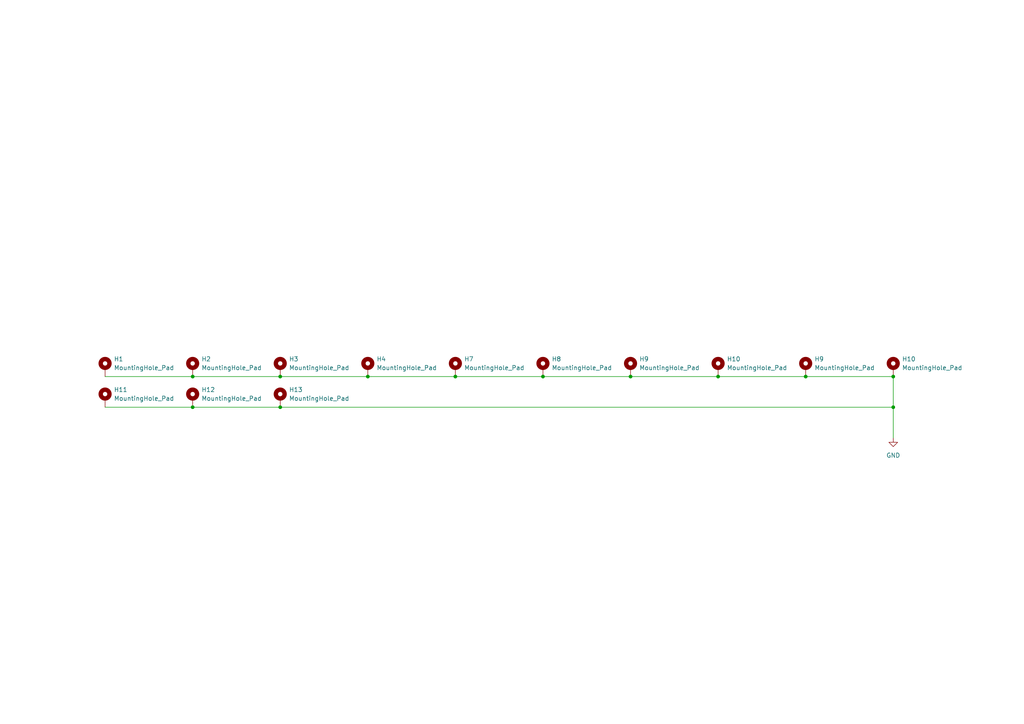
<source format=kicad_sch>
(kicad_sch (version 20250114) (generator "eeschema") (generator_version "9.0")
  (paper "A4")
  (lib_symbols
    (symbol "Mechanical:MountingHole_Pad" (pin_numbers (hide yes)) (pin_names (offset 1.016) (hide yes)) (in_bom no)
      (property "Reference" "H" (at 0 6.35 0))
      (property "Value" "MountingHole_Pad" (at 0 4.445 0))
      (symbol "MountingHole_Pad_0_1"
        (circle (center 0 1.27) (radius 1.27) (stroke (width 1.27)))
      )
      (symbol "MountingHole_Pad_1_1"
        (pin input line (at 0 -2.54 90) (length 2.54) (name "1") (number "1"))
      )
    )
    (symbol "power:GND" (power) (pin_numbers (hide yes)) (pin_names (offset 0) (hide yes))
      (property "Value" "GND" (at 0 -3.81 0))
      (symbol "GND_0_1"
        (polyline (pts (xy 0 0) (xy 0 -1.27) (xy 1.27 -1.27) (xy 0 -2.54) (xy -1.27 -1.27) (xy 0 -1.27)))
      )
      (symbol "GND_1_1"
        (pin power_in line (at 0 0 270) (length 0) (name "~") (number "1"))
      )
    )
  )
  (junction (at 157.48 109.22))
  (junction (at 132.08 109.22))
  (junction (at 81.28 109.22))
  (junction (at 259.08 109.22))
  (junction (at 81.28 118.11))
  (junction (at 182.88 109.22))
  (junction (at 259.08 118.11))
  (junction (at 233.68 109.22))
  (junction (at 208.28 109.22))
  (junction (at 55.88 109.22))
  (junction (at 106.68 109.22))
  (junction (at 55.88 118.11))
  (wire (pts (xy 132.08 109.22) (xy 157.48 109.22)))
  (wire (pts (xy 259.08 109.22) (xy 259.08 118.11)))
  (wire (pts (xy 81.28 109.22) (xy 106.68 109.22)))
  (wire (pts (xy 182.88 109.22) (xy 208.28 109.22)))
  (wire (pts (xy 106.68 109.22) (xy 132.08 109.22)))
  (wire (pts (xy 55.88 118.11) (xy 81.28 118.11)))
  (wire (pts (xy 81.28 118.11) (xy 259.08 118.11)))
  (wire (pts (xy 30.48 118.11) (xy 55.88 118.11)))
  (wire (pts (xy 55.88 109.22) (xy 81.28 109.22)))
  (wire (pts (xy 30.48 109.22) (xy 55.88 109.22)))
  (wire (pts (xy 233.68 109.22) (xy 259.08 109.22)))
  (wire (pts (xy 208.28 109.22) (xy 233.68 109.22)))
  (wire (pts (xy 157.48 109.22) (xy 182.88 109.22)))
  (wire (pts (xy 259.08 118.11) (xy 259.08 127)))
  (symbol (lib_id "Mechanical:MountingHole_Pad") (at 55.88 115.57 0) (unit 1) (in_bom no)
    (property "Reference" "H12" (at 58.42 113.0299 0) (effects (justify left)))
    (property "Value" "MountingHole_Pad" (at 58.42 115.5699 0) (effects (justify left)))
    (property "Footprint" "MountingHole:MountingHole_2.2mm_M2_DIN965_Pad_TopBottom" (effects (hide yes)))
    (property "Description" "Mounting Hole with connection" (effects (hide yes)))
  )
  (symbol (lib_id "Mechanical:MountingHole_Pad") (at 132.08 106.68 0) (unit 1) (in_bom no)
    (property "Reference" "H7" (at 134.62 104.1399 0) (effects (justify left)))
    (property "Value" "MountingHole_Pad" (at 134.62 106.6799 0) (effects (justify left)))
    (property "Footprint" "MountingHole:MountingHole_2.2mm_M2_DIN965_Pad_TopBottom" (effects (hide yes)))
    (property "Description" "Mounting Hole with connection" (effects (hide yes)))
  )
  (symbol (lib_id "Mechanical:MountingHole_Pad") (at 81.28 115.57 0) (unit 1) (in_bom no)
    (property "Reference" "H13" (at 83.82 113.0299 0) (effects (justify left)))
    (property "Value" "MountingHole_Pad" (at 83.82 115.5699 0) (effects (justify left)))
    (property "Footprint" "MountingHole:MountingHole_2.2mm_M2_DIN965_Pad_TopBottom" (effects (hide yes)))
    (property "Description" "Mounting Hole with connection" (effects (hide yes)))
  )
  (symbol (lib_id "Mechanical:MountingHole_Pad") (at 30.48 106.68 0) (unit 1) (in_bom no)
    (property "Reference" "H1" (at 33.02 104.1399 0) (effects (justify left)))
    (property "Value" "MountingHole_Pad" (at 33.02 106.6799 0) (effects (justify left)))
    (property "Footprint" "MountingHole:MountingHole_2.2mm_M2_DIN965_Pad_TopBottom" (effects (hide yes)))
    (property "Description" "Mounting Hole with connection" (effects (hide yes)))
  )
  (symbol (lib_id "Mechanical:MountingHole_Pad") (at 55.88 106.68 0) (unit 1) (in_bom no)
    (property "Reference" "H2" (at 58.42 104.1399 0) (effects (justify left)))
    (property "Value" "MountingHole_Pad" (at 58.42 106.6799 0) (effects (justify left)))
    (property "Footprint" "MountingHole:MountingHole_2.2mm_M2_DIN965_Pad_TopBottom" (effects (hide yes)))
    (property "Description" "Mounting Hole with connection" (effects (hide yes)))
  )
  (symbol (lib_id "Mechanical:MountingHole_Pad") (at 208.28 106.68 0) (unit 1) (in_bom no)
    (property "Reference" "H10" (at 210.82 104.1399 0) (effects (justify left)))
    (property "Value" "MountingHole_Pad" (at 210.82 106.6799 0) (effects (justify left)))
    (property "Footprint" "MountingHole:MountingHole_2.2mm_M2_DIN965_Pad_TopBottom" (effects (hide yes)))
    (property "Description" "Mounting Hole with connection" (effects (hide yes)))
  )
  (symbol (lib_id "power:GND") (at 259.08 127 0) (unit 1)
    (property "Reference" "#PWR01" (effects (hide yes)))
    (property "Value" "GND" (at 259.08 132.08 0))
    (property "Description" "Power symbol creates a global label with name \"GND\" , ground" (effects (hide yes)))
  )
  (symbol (lib_id "Mechanical:MountingHole_Pad") (at 233.68 106.68 0) (unit 1) (in_bom no)
    (property "Reference" "H9" (at 236.22 104.1399 0) (effects (justify left)))
    (property "Value" "MountingHole_Pad" (at 236.22 106.6799 0) (effects (justify left)))
    (property "Footprint" "MountingHole:MountingHole_2.2mm_M2_DIN965_Pad_TopBottom" (effects (hide yes)))
    (property "Description" "Mounting Hole with connection" (effects (hide yes)))
  )
  (symbol (lib_id "Mechanical:MountingHole_Pad") (at 30.48 115.57 0) (unit 1) (in_bom no)
    (property "Reference" "H11" (at 33.02 113.0299 0) (effects (justify left)))
    (property "Value" "MountingHole_Pad" (at 33.02 115.5699 0) (effects (justify left)))
    (property "Footprint" "MountingHole:MountingHole_2.2mm_M2_DIN965_Pad_TopBottom" (effects (hide yes)))
    (property "Description" "Mounting Hole with connection" (effects (hide yes)))
  )
  (symbol (lib_id "Mechanical:MountingHole_Pad") (at 259.08 106.68 0) (unit 1) (in_bom no)
    (property "Reference" "H10" (at 261.62 104.1399 0) (effects (justify left)))
    (property "Value" "MountingHole_Pad" (at 261.62 106.6799 0) (effects (justify left)))
    (property "Footprint" "MountingHole:MountingHole_2.2mm_M2_DIN965_Pad_TopBottom" (effects (hide yes)))
    (property "Description" "Mounting Hole with connection" (effects (hide yes)))
  )
  (symbol (lib_id "Mechanical:MountingHole_Pad") (at 106.68 106.68 0) (unit 1) (in_bom no)
    (property "Reference" "H4" (at 109.22 104.1399 0) (effects (justify left)))
    (property "Value" "MountingHole_Pad" (at 109.22 106.6799 0) (effects (justify left)))
    (property "Footprint" "MountingHole:MountingHole_2.2mm_M2_DIN965_Pad_TopBottom" (effects (hide yes)))
    (property "Description" "Mounting Hole with connection" (effects (hide yes)))
  )
  (symbol (lib_id "Mechanical:MountingHole_Pad") (at 157.48 106.68 0) (unit 1) (in_bom no)
    (property "Reference" "H8" (at 160.02 104.1399 0) (effects (justify left)))
    (property "Value" "MountingHole_Pad" (at 160.02 106.6799 0) (effects (justify left)))
    (property "Footprint" "MountingHole:MountingHole_2.2mm_M2_DIN965_Pad_TopBottom" (effects (hide yes)))
    (property "Description" "Mounting Hole with connection" (effects (hide yes)))
  )
  (symbol (lib_id "Mechanical:MountingHole_Pad") (at 182.88 106.68 0) (unit 1) (in_bom no)
    (property "Reference" "H9" (at 185.42 104.1399 0) (effects (justify left)))
    (property "Value" "MountingHole_Pad" (at 185.42 106.6799 0) (effects (justify left)))
    (property "Footprint" "MountingHole:MountingHole_2.2mm_M2_DIN965_Pad_TopBottom" (effects (hide yes)))
    (property "Description" "Mounting Hole with connection" (effects (hide yes)))
  )
  (symbol (lib_id "Mechanical:MountingHole_Pad") (at 81.28 106.68 0) (unit 1) (in_bom no)
    (property "Reference" "H3" (at 83.82 104.1399 0) (effects (justify left)))
    (property "Value" "MountingHole_Pad" (at 83.82 106.6799 0) (effects (justify left)))
    (property "Footprint" "MountingHole:MountingHole_2.2mm_M2_DIN965_Pad_TopBottom" (effects (hide yes)))
    (property "Description" "Mounting Hole with connection" (effects (hide yes)))
  )
)
</source>
